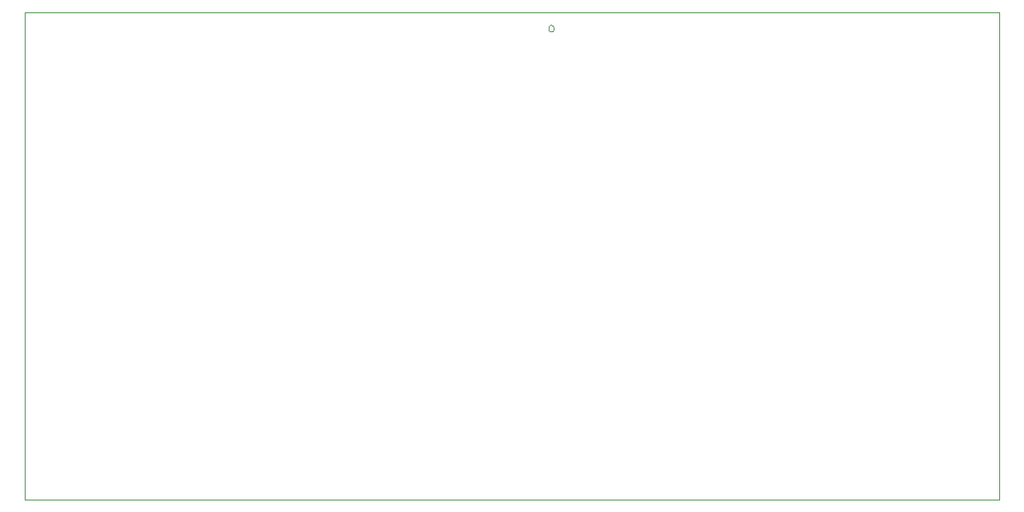
<source format=gm1>
%TF.GenerationSoftware,KiCad,Pcbnew,9.0.2*%
%TF.CreationDate,2025-07-16T05:03:17+03:00*%
%TF.ProjectId,dcesc-ga25,64636573-632d-4676-9132-352e6b696361,rev?*%
%TF.SameCoordinates,Original*%
%TF.FileFunction,Profile,NP*%
%FSLAX45Y45*%
G04 Gerber Fmt 4.5, Leading zero omitted, Abs format (unit mm)*
G04 Created by KiCad (PCBNEW 9.0.2) date 2025-07-16 05:03:17*
%MOMM*%
%LPD*%
G01*
G04 APERTURE LIST*
%TA.AperFunction,Profile*%
%ADD10C,0.050000*%
%TD*%
%TA.AperFunction,Profile*%
%ADD11C,0.010000*%
%TD*%
G04 APERTURE END LIST*
D10*
X10000000Y-5000000D02*
X20000000Y-5000000D01*
X20000000Y-10000000D01*
X10000000Y-10000000D01*
X10000000Y-5000000D01*
D11*
%TO.C,X12*%
X15379000Y-5175000D02*
X15379000Y-5155000D01*
X15431000Y-5155000D02*
X15431000Y-5175000D01*
X15379000Y-5155000D02*
G75*
G02*
X15405000Y-5129000I26000J0D01*
G01*
X15405000Y-5129000D02*
G75*
G02*
X15431000Y-5155000I0J-26000D01*
G01*
X15405000Y-5201000D02*
G75*
G02*
X15379000Y-5175000I0J26000D01*
G01*
X15431000Y-5175000D02*
G75*
G02*
X15405000Y-5201000I-26000J0D01*
G01*
%TD*%
M02*

</source>
